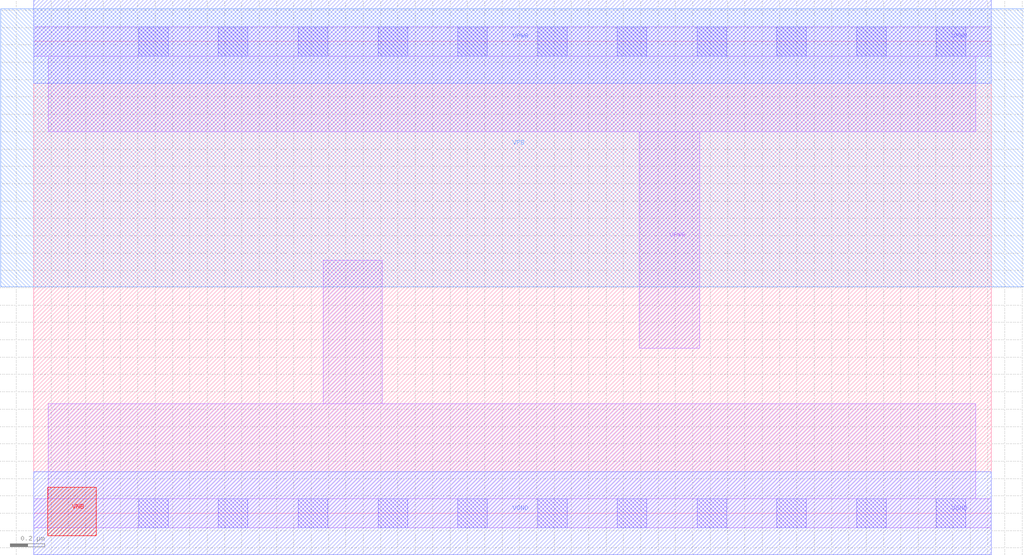
<source format=lef>
VERSION 5.7 ;
  NOWIREEXTENSIONATPIN ON ;
  DIVIDERCHAR "/" ;
  BUSBITCHARS "[]" ;
MACRO sky130_ef_sc_hd__decap_12
  CLASS CORE SPACER ;
  FOREIGN sky130_ef_sc_hd__decap_12 ;
  ORIGIN 0.000 0.000 ;
  SIZE 5.520 BY 2.720 ;
  PIN VGND
    DIRECTION INPUT ;
    USE GROUND ;
    PORT
      LAYER li1 ;
        RECT 1.670 0.630 2.010 1.460 ;
        RECT 0.085 0.085 5.430 0.630 ;
        RECT 0.000 -0.085 5.520 0.085 ;
      LAYER mcon ;
        RECT 0.605 -0.085 0.775 0.085 ;
        RECT 1.065 -0.085 1.235 0.085 ;
        RECT 1.525 -0.085 1.695 0.085 ;
        RECT 1.985 -0.085 2.155 0.085 ;
        RECT 2.445 -0.085 2.615 0.085 ;
        RECT 2.905 -0.085 3.075 0.085 ;
        RECT 3.365 -0.085 3.535 0.085 ;
        RECT 3.825 -0.085 3.995 0.085 ;
        RECT 4.285 -0.085 4.455 0.085 ;
        RECT 4.745 -0.085 4.915 0.085 ;
        RECT 5.205 -0.085 5.375 0.085 ;
      LAYER met1 ;
        RECT 0.000 -0.240 5.520 0.240 ;
    END
  END VGND
  PIN VNB
    DIRECTION INPUT ;
    USE GROUND ;
    PORT
      LAYER pwell ;
        RECT 0.080 -0.130 0.360 0.150 ;
    END
  END VNB
  PIN VPB
    DIRECTION INPUT ;
    USE POWER ;
    PORT
      LAYER nwell ;
        RECT -0.190 1.305 5.710 2.910 ;
    END
  END VPB
  PIN VPWR
    DIRECTION INPUT ;
    USE POWER ;
    PORT
      LAYER li1 ;
        RECT 0.000 2.635 5.520 2.805 ;
        RECT 0.085 2.200 5.430 2.635 ;
        RECT 3.490 0.950 3.840 2.200 ;
      LAYER mcon ;
        RECT 0.605 2.635 0.775 2.805 ;
        RECT 1.065 2.635 1.235 2.805 ;
        RECT 1.525 2.635 1.695 2.805 ;
        RECT 1.985 2.635 2.155 2.805 ;
        RECT 2.445 2.635 2.615 2.805 ;
        RECT 2.905 2.635 3.075 2.805 ;
        RECT 3.365 2.635 3.535 2.805 ;
        RECT 3.825 2.635 3.995 2.805 ;
        RECT 4.285 2.635 4.455 2.805 ;
        RECT 4.745 2.635 4.915 2.805 ;
        RECT 5.205 2.635 5.375 2.805 ;
      LAYER met1 ;
        RECT 0.000 2.480 5.520 2.960 ;
    END
  END VPWR
END sky130_ef_sc_hd__decap_12

#--------EOF---------

MACRO sky130_ef_sc_hd__fakediode_2
  CLASS CORE SPACER ;
  FOREIGN sky130_ef_sc_hd__fakediode_2 ;
  ORIGIN  0.000000  0.000000 ;
  SIZE  0.920000 BY  2.720000 ;
  SYMMETRY X Y R90 ;
  SITE unithd ;
  PIN DIODE
    DIRECTION INPUT ;
    USE SIGNAL ;
    PORT
      LAYER li1 ;
        RECT 0.085000 0.255000 0.835000 2.465000 ;
    END
  END DIODE
  PIN VGND
    DIRECTION INOUT ;
    SHAPE ABUTMENT ;
    USE GROUND ;
    PORT
      LAYER met1 ;
        RECT 0.000000 -0.240000 0.920000 0.240000 ;
    END
  END VGND
  PIN VNB
    DIRECTION INOUT ;
    USE GROUND ;
    PORT
      LAYER pwell ;
        RECT 0.145000 -0.085000 0.315000 0.085000 ;
    END
  END VNB
  PIN VPB
    DIRECTION INOUT ;
    USE POWER ;
    PORT
      LAYER nwell ;
        RECT -0.190000 1.305000 1.110000 2.910000 ;
    END
  END VPB
  PIN VPWR
    DIRECTION INOUT ;
    SHAPE ABUTMENT ;
    USE POWER ;
    PORT
      LAYER met1 ;
        RECT 0.000000 2.480000 0.920000 2.960000 ;
    END
  END VPWR
  OBS
    LAYER li1 ;
      RECT 0.000000 -0.085000 0.920000 0.085000 ;
      RECT 0.000000  2.635000 0.920000 2.805000 ;
    LAYER mcon ;
      RECT 0.145000 -0.085000 0.315000 0.085000 ;
      RECT 0.145000  2.635000 0.315000 2.805000 ;
      RECT 0.605000 -0.085000 0.775000 0.085000 ;
      RECT 0.605000  2.635000 0.775000 2.805000 ;
  END
END sky130_ef_sc_hd__fakediode_2
#--------EOF---------

MACRO sky130_ef_sc_hd__fill_8
  CLASS CORE SPACER ;
  SOURCE USER ;
  ORIGIN  0.000000  0.000000 ;
  SIZE  3.680000 BY  2.720000 ;
  SYMMETRY X Y R90 ;
  SITE unithd ;
  PIN VGND
    DIRECTION INOUT ;
    SHAPE ABUTMENT ;
    USE GROUND ;
    PORT
      LAYER li1 ;
        RECT 0.000000 -0.085000 3.680000 0.085000 ;
    END
    PORT
      LAYER met1 ;
        RECT 0.000000 -0.240000 3.680000 0.240000 ;
    END
  END VGND
  PIN VPWR
    DIRECTION INOUT ;
    SHAPE ABUTMENT ;
    USE POWER ;
    PORT
      LAYER li1 ;
        RECT 0.000000 2.635000 3.680000 2.805000 ;
    END
    PORT
      LAYER met1 ;
        RECT 0.000000 2.480000 3.680000 2.960000 ;
    END
  END VPWR
  OBS
  END
END sky130_ef_sc_hd__fill_8
#--------EOF---------

MACRO sky130_ef_sc_hd__fill_12
  CLASS CORE SPACER ;
  FOREIGN sky130_ef_sc_hd__fill_12 ;
  ORIGIN 0.000 0.000 ;
  SIZE 5.520 BY 2.720 ;
  SYMMETRY X Y R90 ;
  SITE unithd ;
  OBS
      LAYER nwell ;
        RECT -0.190 1.305 5.710 2.910 ;
      LAYER pwell ;
        RECT 0.145 -0.085 0.315 0.085 ;
        RECT 2.935 -0.060 3.045 0.060 ;
        RECT 4.755 -0.050 4.915 0.060 ;
      LAYER li1 ;
        RECT 0.000 2.635 5.520 2.805 ;
        RECT 0.085 1.545 2.675 2.635 ;
        RECT 0.085 0.855 1.295 1.375 ;
        RECT 1.465 1.025 2.675 1.545 ;
        RECT 0.085 0.085 2.675 0.855 ;
        RECT 0.000 -0.085 5.520 0.085 ;
      LAYER mcon ;
        RECT 0.145 2.635 0.315 2.805 ;
        RECT 0.605 2.635 0.775 2.805 ;
        RECT 1.065 2.635 1.235 2.805 ;
        RECT 1.525 2.635 1.695 2.805 ;
        RECT 1.985 2.635 2.155 2.805 ;
        RECT 2.445 2.635 2.615 2.805 ;
        RECT 2.905 2.635 3.075 2.805 ;
        RECT 3.365 2.635 3.535 2.805 ;
        RECT 3.825 2.635 3.995 2.805 ;
        RECT 4.285 2.635 4.455 2.805 ;
        RECT 4.745 2.635 4.915 2.805 ;
        RECT 5.205 2.635 5.375 2.805 ;
        RECT 0.145 -0.085 0.315 0.085 ;
        RECT 0.605 -0.085 0.775 0.085 ;
        RECT 1.065 -0.085 1.235 0.085 ;
        RECT 1.525 -0.085 1.695 0.085 ;
        RECT 1.985 -0.085 2.155 0.085 ;
        RECT 2.445 -0.085 2.615 0.085 ;
        RECT 2.905 -0.085 3.075 0.085 ;
        RECT 3.365 -0.085 3.535 0.085 ;
        RECT 3.825 -0.085 3.995 0.085 ;
        RECT 4.285 -0.085 4.455 0.085 ;
        RECT 4.745 -0.085 4.915 0.085 ;
        RECT 5.205 -0.085 5.375 0.085 ;
      LAYER met1 ;
        RECT 0.000 2.480 5.520 2.960 ;
        RECT 0.000 -0.240 5.520 0.240 ;
  END
END sky130_ef_sc_hd__fill_12

#--------EOF---------


END LIBRARY

</source>
